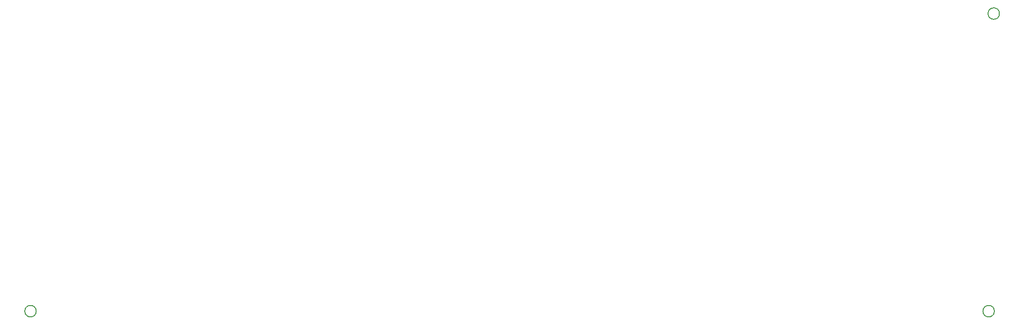
<source format=gko>
G04 Layer_Color=16711935*
%FSLAX44Y44*%
%MOMM*%
G71*
G01*
G75*
%ADD49C,0.1270*%
D49*
X1866740Y1189990D02*
G03*
X1866740Y1189990I-10000J0D01*
G01*
X1857850Y670560D02*
G03*
X1857850Y670560I-10000J0D01*
G01*
X187800D02*
G03*
X187800Y670560I-10000J0D01*
G01*
M02*

</source>
